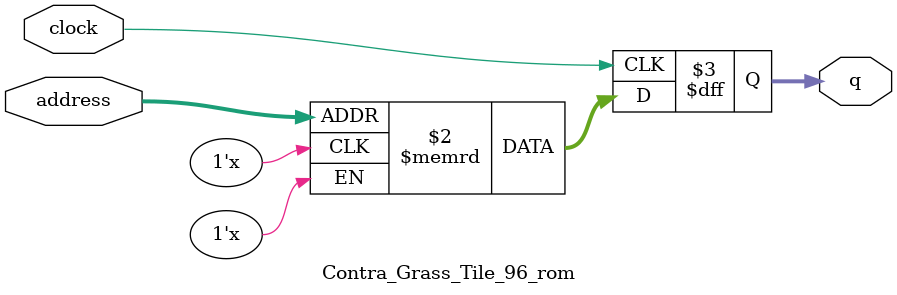
<source format=sv>
module Contra_Grass_Tile_96_rom (
	input logic clock,
	input logic [13:0] address,
	output logic [2:0] q
);

logic [2:0] memory [0:9215] /* synthesis ram_init_file = "./Contra_Grass_Tile_96/Contra_Grass_Tile_96.mif" */;

always_ff @ (posedge clock) begin
	q <= memory[address];
end

endmodule

</source>
